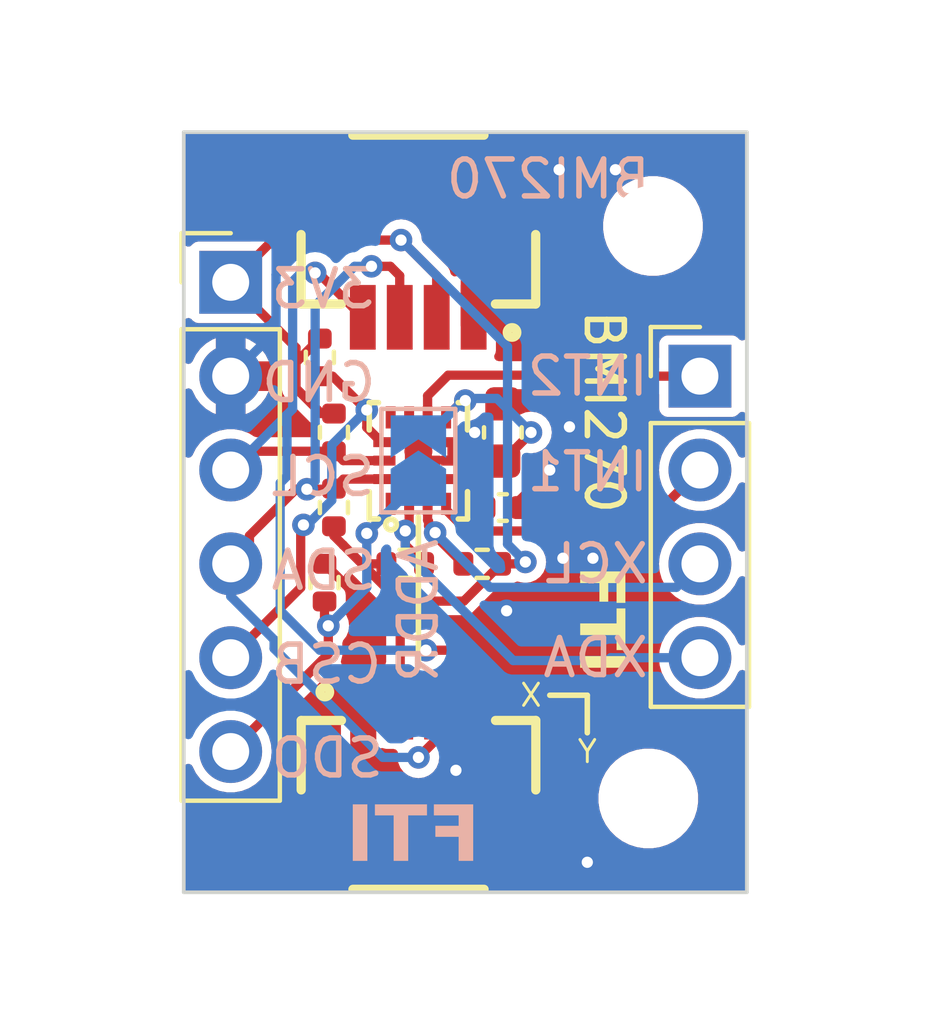
<source format=kicad_pcb>
(kicad_pcb (version 20240108) (generator "pcbnew") (generator_version "8.0")
  (layers (0 "F.Cu" signal) (31 "B.Cu" signal) (34 "B.Paste" user) (35 "F.Paste" user) (36 "B.SilkS" user "B.Silkscreen") (37 "F.SilkS" user "F.Silkscreen") (38 "B.Mask" user) (39 "F.Mask" user) (44 "Edge.Cuts" user))
  (net 0 "")
  (net 1 "+3.3V")
  (net 2 "GND")
  (net 3 "/SCL")
  (net 4 "/SDA")
  (net 5 "/CSB")
  (net 6 "/SDO")
  (net 7 "/INT2")
  (net 8 "/INT1")
  (net 9 "/XDA")
  (net 10 "/XCL")
  (footprint "Resistor_SMD:R_0402_1005Metric" (layer "F.Cu") (at 154.1272 104.14 180)
    (property "Reference" "R6" (hide yes))
    (property "Value" "3.9k")
    (fp_line (start -0.153641 0.38) (end 0.153641 0.38) (stroke (width 0.12)) (layer "F.SilkS"))
    (fp_line (start -0.153641 -0.38) (end 0.153641 -0.38) (stroke (width 0.12)) (layer "F.SilkS"))
    (pad "1" smd roundrect (at -0.51 0 180) (size 0.54 0.64) (layers "F.Cu" "F.Paste" "F.Mask") (net 1 "+3.3V"))
    (pad "2" smd roundrect (at 0.51 0 180) (size 0.54 0.64) (layers "F.Cu" "F.Paste" "F.Mask") (net 10 "/XCL"))
  )
  (footprint "Connector_PinHeader_2.54mm:PinHeader_1x06_P2.54mm_Vertical" (layer "F.Cu") (at 147.32 96.52)
    (property "Reference" "J1" (hide yes))
    (property "Value" "Conn_01x06_Pin")
    (fp_line (start -1.33 -1.33) (end 0 -1.33) (stroke (width 0.12)) (layer "F.SilkS"))
    (fp_line (start -1.33 0) (end -1.33 -1.33) (stroke (width 0.12)) (layer "F.SilkS"))
    (fp_line (start -1.33 1.27) (end -1.33 14.03) (stroke (width 0.12)) (layer "F.SilkS"))
    (fp_line (start -1.33 1.27) (end 1.33 1.27) (stroke (width 0.12)) (layer "F.SilkS"))
    (fp_line (start -1.33 14.03) (end 1.33 14.03) (stroke (width 0.12)) (layer "F.SilkS"))
    (fp_line (start 1.33 1.27) (end 1.33 14.03) (stroke (width 0.12)) (layer "F.SilkS"))
    (pad "1" thru_hole rect (at 0 0) (size 1.7 1.7) (drill 1) (layers "*.Cu" "*.Mask") (net 1 "+3.3V"))
    (pad "2" thru_hole oval (at 0 2.54) (size 1.7 1.7) (drill 1) (layers "*.Cu" "*.Mask") (net 2 "GND"))
    (pad "3" thru_hole oval (at 0 5.08) (size 1.7 1.7) (drill 1) (layers "*.Cu" "*.Mask") (net 3 "/SCL"))
    (pad "4" thru_hole oval (at 0 7.62) (size 1.7 1.7) (drill 1) (layers "*.Cu" "*.Mask") (net 4 "/SDA"))
    (pad "5" thru_hole oval (at 0 10.16) (size 1.7 1.7) (drill 1) (layers "*.Cu" "*.Mask") (net 5 "/CSB"))
    (pad "6" thru_hole oval (at 0 12.7) (size 1.7 1.7) (drill 1) (layers "*.Cu" "*.Mask") (net 6 "/SDO"))
  )
  (footprint "Resistor_SMD:R_0402_1005Metric" (layer "F.Cu") (at 149.86 104.648 -90)
    (property "Reference" "R4" (hide yes))
    (property "Value" "3.9k")
    (fp_line (start -0.153641 0.38) (end 0.153641 0.38) (stroke (width 0.12)) (layer "F.SilkS"))
    (fp_line (start -0.153641 -0.38) (end 0.153641 -0.38) (stroke (width 0.12)) (layer "F.SilkS"))
    (pad "1" smd roundrect (at -0.51 0 270) (size 0.54 0.64) (layers "F.Cu" "F.Paste" "F.Mask") (net 2 "GND"))
    (pad "2" smd roundrect (at 0.51 0 270) (size 0.54 0.64) (layers "F.Cu" "F.Paste" "F.Mask") (net 6 "/SDO"))
  )
  (footprint "MountingHole:MountingHole_2.2mm_M2" (layer "F.Cu") (at 158.75 94.996)
    (property "Reference" "H1" (hide yes))
    (property "Value" "MountingHole")
    (pad "" np_thru_hole circle (at 0 0) (size 2.2 2.2) (drill 2.2) (layers "*.Cu" "*.Mask"))
  )
  (footprint "BMI270-Breakout:CONN-SMD_AFC10-S04QCA-00" (layer "F.Cu") (at 152.408 109.889)
    (property "Reference" "CN2" (hide yes))
    (property "Value" "AFC10-S04QCA-00")
    (fp_line (start -3.18 -1.51) (end -2.09 -1.51) (stroke (width 0.25)) (layer "F.SilkS"))
    (fp_line (start -3.18 0.37) (end -3.18 -1.51) (stroke (width 0.25)) (layer "F.SilkS"))
    (fp_line (start -1.78 3.06) (end 1.77 3.06) (stroke (width 0.25)) (layer "F.SilkS"))
    (fp_line (start 2.08 -1.51) (end 3.17 -1.51) (stroke (width 0.25)) (layer "F.SilkS"))
    (fp_line (start 3.17 -1.51) (end 3.17 0.37) (stroke (width 0.25)) (layer "F.SilkS"))
    (fp_circle (center -2.54 -2.28) (end -2.41 -2.28) (stroke (width 0.25)) (fill none) (layer "F.SilkS"))
    (pad "1" smd rect (at -1.5 -1.87) (size 0.7 1.75) (layers "F.Cu" "F.Paste" "F.Mask") (net 2 "GND"))
    (pad "2" smd rect (at -0.5 -1.87) (size 0.7 1.75) (layers "F.Cu" "F.Paste" "F.Mask") (net 1 "+3.3V"))
    (pad "3" smd rect (at 0.5 -1.87) (size 0.7 1.75) (layers "F.Cu" "F.Paste" "F.Mask") (net 4 "/SDA"))
    (pad "4" smd rect (at 1.5 -1.87) (size 0.7 1.75) (layers "F.Cu" "F.Paste" "F.Mask") (net 3 "/SCL"))
    (pad "5" smd rect (at -2.61 1.87) (size 1.2 2.55) (layers "F.Cu" "F.Paste" "F.Mask") (net 2 "GND"))
    (pad "6" smd rect (at 2.61 1.87) (size 1.2 2.55) (layers "F.Cu" "F.Paste" "F.Mask") (net 2 "GND"))
  )
  (footprint "Resistor_SMD:R_0402_1005Metric" (layer "F.Cu") (at 150.114 102.614 -90)
    (property "Reference" "R1" (hide yes))
    (property "Value" "3.9k")
    (fp_line (start -0.153641 0.38) (end 0.153641 0.38) (stroke (width 0.12)) (layer "F.SilkS"))
    (fp_line (start -0.153641 -0.38) (end 0.153641 -0.38) (stroke (width 0.12)) (layer "F.SilkS"))
    (pad "1" smd roundrect (at -0.51 0 270) (size 0.54 0.64) (layers "F.Cu" "F.Paste" "F.Mask") (net 4 "/SDA"))
    (pad "2" smd roundrect (at 0.51 0 270) (size 0.54 0.64) (layers "F.Cu" "F.Paste" "F.Mask") (net 1 "+3.3V"))
  )
  (footprint "BMI270-Breakout:CONN-SMD_AFC10-S04QCA-00" (layer "F.Cu") (at 152.395 95.597 180)
    (property "Reference" "CN1" (hide yes))
    (property "Value" "AFC10-S04QCA-00")
    (fp_line (start 3.17 -1.51) (end 3.17 0.37) (stroke (width 0.25)) (layer "F.SilkS"))
    (fp_line (start 2.08 -1.51) (end 3.17 -1.51) (stroke (width 0.25)) (layer "F.SilkS"))
    (fp_line (start -1.78 3.06) (end 1.77 3.06) (stroke (width 0.25)) (layer "F.SilkS"))
    (fp_line (start -3.18 0.37) (end -3.18 -1.51) (stroke (width 0.25)) (layer "F.SilkS"))
    (fp_line (start -3.18 -1.51) (end -2.09 -1.51) (stroke (width 0.25)) (layer "F.SilkS"))
    (fp_circle (center -2.54 -2.28) (end -2.41 -2.28) (stroke (width 0.25)) (fill none) (layer "F.SilkS"))
    (pad "1" smd rect (at -1.5 -1.87 180) (size 0.7 1.75) (layers "F.Cu" "F.Paste" "F.Mask") (net 2 "GND"))
    (pad "2" smd rect (at -0.5 -1.87 180) (size 0.7 1.75) (layers "F.Cu" "F.Paste" "F.Mask") (net 1 "+3.3V"))
    (pad "3" smd rect (at 0.5 -1.87 180) (size 0.7 1.75) (layers "F.Cu" "F.Paste" "F.Mask") (net 4 "/SDA"))
    (pad "4" smd rect (at 1.5 -1.87 180) (size 0.7 1.75) (layers "F.Cu" "F.Paste" "F.Mask") (net 3 "/SCL"))
    (pad "5" smd rect (at -2.61 1.87 180) (size 1.2 2.55) (layers "F.Cu" "F.Paste" "F.Mask") (net 2 "GND"))
    (pad "6" smd rect (at 2.61 1.87 180) (size 1.2 2.55) (layers "F.Cu" "F.Paste" "F.Mask") (net 2 "GND"))
  )
  (footprint "BMI270-Breakout:LGA-14_L3.0-W2.5-P0.50-BR" (layer "F.Cu") (at 152.4 101.346 -90)
    (property "Reference" "U1" (hide yes))
    (property "Value" "BMI270")
    (fp_line (start -1.57 1.33) (end -1.57 1.08) (stroke (width 0.15)) (layer "F.SilkS"))
    (fp_line (start -0.83 1.33) (end -1.57 1.33) (stroke (width 0.15)) (layer "F.SilkS"))
    (fp_line (start 0.84 1.33) (end 1.58 1.33) (stroke (width 0.15)) (layer "F.SilkS"))
    (fp_line (start 1.58 1.33) (end 1.58 1.08) (stroke (width 0.15)) (layer "F.SilkS"))
    (fp_line (start -1.57 -1.33) (end -1.57 -1.08) (stroke (width 0.15)) (layer "F.SilkS"))
    (fp_line (start -0.83 -1.33) (end -1.57 -1.33) (stroke (width 0.15)) (layer "F.SilkS"))
    (fp_line (start 0.84 -1.33) (end 1.58 -1.33) (stroke (width 0.15)) (layer "F.SilkS"))
    (fp_line (start 1.58 -1.33) (end 1.58 -1.08) (stroke (width 0.15)) (layer "F.SilkS"))
    (fp_circle (center 1.73 0.74) (end 1.8 0.74) (stroke (width 0.15)) (fill none) (layer "F.SilkS"))
    (pad "1" smd rect (at 1.17 0.75 270) (size 0.6 0.27) (layers "F.Cu" "F.Paste" "F.Mask") (net 6 "/SDO"))
    (pad "2" smd rect (at 1.17 0.25 270) (size 0.6 0.27) (layers "F.Cu" "F.Paste" "F.Mask") (net 9 "/XDA"))
    (pad "3" smd rect (at 1.17 -0.25 270) (size 0.6 0.27) (layers "F.Cu" "F.Paste" "F.Mask") (net 10 "/XCL"))
    (pad "4" smd rect (at 1.17 -0.75 270) (size 0.6 0.27) (layers "F.Cu" "F.Paste" "F.Mask") (net 8 "/INT1"))
    (pad "5" smd rect (at 0.5 -0.92 270) (size 0.27 0.6) (layers "F.Cu" "F.Paste" "F.Mask") (net 1 "+3.3V"))
    (pad "6" smd rect (at 0 -0.92 270) (size 0.27 0.6) (layers "F.Cu" "F.Paste" "F.Mask") (net 2 "GND"))
    (pad "7" smd rect (at -0.5 -0.92 270) (size 0.27 0.6) (layers "F.Cu" "F.Paste" "F.Mask") (net 2 "GND"))
    (pad "8" smd rect (at -1.17 -0.75 270) (size 0.6 0.27) (layers "F.Cu" "F.Paste" "F.Mask") (net 1 "+3.3V"))
    (pad "9" smd rect (at -1.17 -0.25 270) (size 0.6 0.27) (layers "F.Cu" "F.Paste" "F.Mask") (net 7 "/INT2"))
    (pad "10" smd rect (at -1.17 0.25 270) (size 0.6 0.27) (layers "F.Cu" "F.Paste" "F.Mask"))
    (pad "11" smd rect (at -1.17 0.75 270) (size 0.6 0.27) (layers "F.Cu" "F.Paste" "F.Mask"))
    (pad "12" smd rect (at -0.5 0.92 270) (size 0.27 0.6) (layers "F.Cu" "F.Paste" "F.Mask") (net 5 "/CSB"))
    (pad "13" smd rect (at 0 0.92 270) (size 0.27 0.6) (layers "F.Cu" "F.Paste" "F.Mask") (net 3 "/SCL"))
    (pad "14" smd rect (at 0.5 0.92 270) (size 0.27 0.6) (layers "F.Cu" "F.Paste" "F.Mask") (net 4 "/SDA"))
  )
  (footprint "Capacitor_SMD:C_0402_1005Metric" (layer "F.Cu") (at 154.686 102.616)
    (property "Reference" "C1" (hide yes))
    (property "Value" "100n")
    (fp_line (start -0.107836 -0.36) (end 0.107836 -0.36) (stroke (width 0.12)) (layer "F.SilkS"))
    (fp_line (start -0.107836 0.36) (end 0.107836 0.36) (stroke (width 0.12)) (layer "F.SilkS"))
    (pad "1" smd roundrect (at -0.48 0) (size 0.56 0.62) (layers "F.Cu" "F.Paste" "F.Mask") (net 1 "+3.3V"))
    (pad "2" smd roundrect (at 0.48 0) (size 0.56 0.62) (layers "F.Cu" "F.Paste" "F.Mask") (net 2 "GND"))
  )
  (footprint "MountingHole:MountingHole_2.2mm_M2" (layer "F.Cu") (at 158.623 110.49)
    (property "Reference" "H2" (hide yes))
    (property "Value" "MountingHole")
    (pad "" np_thru_hole circle (at 0 0) (size 2.2 2.2) (drill 2.2) (layers "*.Cu" "*.Mask"))
  )
  (footprint "Connector_PinHeader_2.54mm:PinHeader_1x04_P2.54mm_Vertical" (layer "F.Cu") (at 160.02 99.06)
    (property "Reference" "J2" (hide yes))
    (property "Value" "Conn_01x04_Pin")
    (fp_line (start -1.33 -1.33) (end 0 -1.33) (stroke (width 0.12)) (layer "F.SilkS"))
    (fp_line (start -1.33 0) (end -1.33 -1.33) (stroke (width 0.12)) (layer "F.SilkS"))
    (fp_line (start -1.33 1.27) (end -1.33 8.95) (stroke (width 0.12)) (layer "F.SilkS"))
    (fp_line (start -1.33 1.27) (end 1.33 1.27) (stroke (width 0.12)) (layer "F.SilkS"))
    (fp_line (start -1.33 8.95) (end 1.33 8.95) (stroke (width 0.12)) (layer "F.SilkS"))
    (fp_line (start 1.33 1.27) (end 1.33 8.95) (stroke (width 0.12)) (layer "F.SilkS"))
    (pad "1" thru_hole rect (at 0 0) (size 1.7 1.7) (drill 1) (layers "*.Cu" "*.Mask") (net 7 "/INT2"))
    (pad "2" thru_hole oval (at 0 2.54) (size 1.7 1.7) (drill 1) (layers "*.Cu" "*.Mask") (net 8 "/INT1"))
    (pad "3" thru_hole oval (at 0 5.08) (size 1.7 1.7) (drill 1) (layers "*.Cu" "*.Mask") (net 10 "/XCL"))
    (pad "4" thru_hole oval (at 0 7.62) (size 1.7 1.7) (drill 1) (layers "*.Cu" "*.Mask") (net 9 "/XDA"))
  )
  (footprint "Resistor_SMD:R_0402_1005Metric" (layer "F.Cu") (at 149.733 98.552 -90)
    (property "Reference" "R3" (hide yes))
    (property "Value" "3.9k")
    (fp_line (start -0.153641 0.38) (end 0.153641 0.38) (stroke (width 0.12)) (layer "F.SilkS"))
    (fp_line (start -0.153641 -0.38) (end 0.153641 -0.38) (stroke (width 0.12)) (layer "F.SilkS"))
    (pad "1" smd roundrect (at -0.51 0 270) (size 0.54 0.64) (layers "F.Cu" "F.Paste" "F.Mask") (net 1 "+3.3V"))
    (pad "2" smd roundrect (at 0.51 0 270) (size 0.54 0.64) (layers "F.Cu" "F.Paste" "F.Mask") (net 5 "/CSB"))
  )
  (footprint "Resistor_SMD:R_0402_1005Metric" (layer "F.Cu") (at 150.114 100.582 -90)
    (property "Reference" "R2" (hide yes))
    (property "Value" "3.9k")
    (fp_line (start -0.153641 0.38) (end 0.153641 0.38) (stroke (width 0.12)) (layer "F.SilkS"))
    (fp_line (start -0.153641 -0.38) (end 0.153641 -0.38) (stroke (width 0.12)) (layer "F.SilkS"))
    (pad "1" smd roundrect (at -0.51 0 270) (size 0.54 0.64) (layers "F.Cu" "F.Paste" "F.Mask") (net 1 "+3.3V"))
    (pad "2" smd roundrect (at 0.51 0 270) (size 0.54 0.64) (layers "F.Cu" "F.Paste" "F.Mask") (net 3 "/SCL"))
  )
  (footprint "Capacitor_SMD:C_0603_1608Metric" (layer "F.Cu") (at 154.686 100.584 90)
    (property "Reference" "C2" (hide yes))
    (property "Value" "10u")
    (fp_line (start -0.14058 -0.51) (end 0.14058 -0.51) (stroke (width 0.12)) (layer "F.SilkS"))
    (fp_line (start -0.14058 0.51) (end 0.14058 0.51) (stroke (width 0.12)) (layer "F.SilkS"))
    (pad "1" smd roundrect (at -0.775 0 90) (size 0.9 0.95) (layers "F.Cu" "F.Paste" "F.Mask") (net 1 "+3.3V"))
    (pad "2" smd roundrect (at 0.775 0 90) (size 0.9 0.95) (layers "F.Cu" "F.Paste" "F.Mask") (net 2 "GND"))
  )
  (footprint "Resistor_SMD:R_0402_1005Metric" (layer "F.Cu") (at 152.0444 104.14)
    (property "Reference" "R5" (hide yes))
    (property "Value" "3.9k")
    (fp_line (start -0.153641 -0.38) (end 0.153641 -0.38) (stroke (width 0.12)) (layer "F.SilkS"))
    (fp_line (start -0.153641 0.38) (end 0.153641 0.38) (stroke (width 0.12)) (layer "F.SilkS"))
    (pad "1" smd roundrect (at -0.51 0) (size 0.54 0.64) (layers "F.Cu" "F.Paste" "F.Mask") (net 1 "+3.3V"))
    (pad "2" smd roundrect (at 0.51 0) (size 0.54 0.64) (layers "F.Cu" "F.Paste" "F.Mask") (net 9 "/XDA"))
  )
  (footprint "Jumper:SolderJumper-2_P1.3mm_Open_TrianglePad1.0x1.5mm" (layer "B.Cu") (at 152.4 101.346 90)
    (property "Reference" "JP1" (hide yes))
    (property "Value" "SolderJumper_2_Open")
    (fp_line (start 1.4 -1) (end 1.4 1) (stroke (width 0.12)) (layer "B.SilkS"))
    (fp_line (start -1.4 -1) (end 1.4 -1) (stroke (width 0.12)) (layer "B.SilkS"))
    (fp_line (start 1.4 1) (end -1.4 1) (stroke (width 0.12)) (layer "B.SilkS"))
    (fp_line (start -1.4 1) (end -1.4 -1) (stroke (width 0.12)) (layer "B.SilkS"))
    (pad "1" smd custom (at -0.725 0 90) (size 0.3 0.3) (layers "B.Cu" "B.Mask") (net 6 "/SDO") (options (clearance outline) (anchor rect)) (primitives (gr_poly (pts (xy 1 0) (xy 0.5 -0.75) (xy -0.5 -0.75) (xy -0.5 0.75) (xy 0.5 0.75)) (width 0) (fill yes))))
    (pad "2" smd custom (at 0.725 0 90) (size 0.3 0.3) (layers "B.Cu" "B.Mask") (net 1 "+3.3V") (options (clearance outline) (anchor rect)) (primitives (gr_poly (pts (xy 0.5 -0.75) (xy -0.65 -0.75) (xy -0.15 0) (xy -0.65 0.75) (xy 0.5 0.75)) (width 0) (fill yes))))
  )
  (gr_line (start 152.4 102.87) (end 152.4 106.934) (stroke (width 0.15)) (layer "F.SilkS"))
  (gr_line (start 155.956 107.696) (end 156.972 107.696) (stroke (width 0.15)) (layer "F.SilkS"))
  (gr_line (start 156.972 107.696) (end 156.972 108.712) (stroke (width 0.15)) (layer "F.SilkS"))
  (gr_line (start 146.05 92.456) (end 161.29 92.456) (stroke (width 0.1)) (layer "Edge.Cuts"))
  (gr_line (start 161.29 113.03) (end 161.29 92.456) (stroke (width 0.1)) (layer "Edge.Cuts"))
  (gr_line (start 146.05 113.03) (end 161.29 113.03) (stroke (width 0.1)) (layer "Edge.Cuts"))
  (gr_line (start 146.05 113.03) (end 146.05 92.456) (stroke (width 0.1)) (layer "Edge.Cuts"))
  (gr_text "GND\n" (at 148.082 99.822 0) (layer "B.SilkS") (effects (font (size 1 1)) (justify right bottom mirror)))
  (gr_text "ADDR" (at 152.4 103.378 90) (layer "B.SilkS") (effects (font (size 1 1)) (justify left mirror)))
  (gr_text "3V3" (at 148.336 97.282 0) (layer "B.SilkS") (effects (font (size 1 1)) (justify right bottom mirror)))
  (gr_text "BMI270" (at 158.75 93.726 0) (layer "B.SilkS") (effects (font (size 1 1)) (justify left mirror)))
  (gr_text "XDA" (at 158.6992 106.68 0) (layer "B.SilkS") (effects (font (size 1 1)) (justify left mirror)))
  (gr_text "SCL" (at 148.336 102.362 0) (layer "B.SilkS") (effects (font (size 1 1)) (justify right bottom mirror)))
  (gr_text "INT2" (at 158.6992 99.06 0) (layer "B.SilkS") (effects (font (size 1 1)) (justify left mirror)))
  (gr_text "INT1\n" (at 158.6992 101.6508 0) (layer "B.SilkS") (effects (font (size 1 1)) (justify left mirror)))
  (gr_text "SDO" (at 148.336 109.982 0) (layer "B.SilkS") (effects (font (size 1 1)) (justify right bottom mirror)))
  (gr_text "XCL" (at 158.6992 104.14 0) (layer "B.SilkS") (effects (font (size 1 1)) (justify left mirror)))
  (gr_text "CSB" (at 148.336 107.442 0) (layer "B.SilkS") (effects (font (size 1 1)) (justify right bottom mirror)))
  (gr_text "FTI" (at 154.0764 111.5568 0) (layer "B.SilkS") (effects (font (size 1.5 1.5) (thickness 0.3) (bold yes) (italic yes)) (justify left mirror)))
  (gr_text "SDA" (at 148.336 104.902 0) (layer "B.SilkS") (effects (font (size 1 1)) (justify right bottom mirror)))
  (gr_text "BMI270" (at 157.4292 100.0252 270) (layer "F.SilkS") (effects (font (size 1 1))))
  (gr_text "FTI" (at 157.2768 104.1908 270) (layer "F.SilkS") (effects (font (size 1.2 1.2) (thickness 0.25) (bold yes) (italic yes)) (justify left)))
  (gr_text "X" (at 155.448 107.696 0) (layer "F.SilkS") (effects (font (size 0.6 0.6) (thickness 0.08))))
  (gr_text "Y" (at 156.972 109.22 0) (layer "F.SilkS") (effects (font (size 0.6 0.6) (thickness 0.08))))
  (segment (start 154.199 101.846) (end 154.686 101.359) (width 0.25) (layer "F.Cu") (net 1))
  (segment (start 149.733 98.042) (end 149.088 98.687) (width 0.25) (layer "F.Cu") (net 1))
  (segment (start 151.5344 104.14) (end 152.543445 105.149045) (width 0.25) (layer "F.Cu") (net 1))
  (segment (start 149.088 98.687) (end 149.088 99.387538) (width 0.25) (layer "F.Cu") (net 1))
  (segment (start 149.088 98.288) (end 147.32 96.52) (width 0.25) (layer "F.Cu") (net 1))
  (segment (start 152.895 97.467) (end 152.895 96.342) (width 0.25) (layer "F.Cu") (net 1))
  (segment (start 149.821155 97.953845) (end 149.733 98.042) (width 0.25) (layer "F.Cu") (net 1))
  (segment (start 153.628155 105.149045) (end 154.6372 104.14) (width 0.25) (layer "F.Cu") (net 1))
  (segment (start 149.772462 100.072) (end 150.114 100.072) (width 0.25) (layer "F.Cu") (net 1))
  (segment (start 149.088 98.687) (end 149.088 98.288) (width 0.25) (layer "F.Cu") (net 1))
  (segment (start 151.5344 104.14) (end 150.874 104.14) (width 0.25) (layer "F.Cu") (net 1))
  (segment (start 155.2448 104.14) (end 155.2956 104.0892) (width 0.25) (layer "F.Cu") (net 1))
  (segment (start 150.366 103.632) (end 150.114 103.38) (width 0.25) (layer "F.Cu") (net 1))
  (segment (start 153.67 99.6635) (end 153.6625 99.6635) (width 0.25) (layer "F.Cu") (net 1))
  (segment (start 155.448 100.597) (end 154.686 101.359) (width 0.25) (layer "F.Cu") (net 1))
  (segment (start 152.543445 105.149045) (end 153.628155 105.149045) (width 0.25) (layer "F.Cu") (net 1))
  (segment (start 154.6372 104.14) (end 155.2448 104.14) (width 0.25) (layer "F.Cu") (net 1))
  (segment (start 149.088 99.387538) (end 149.772462 100.072) (width 0.25) (layer "F.Cu") (net 1))
  (segment (start 154.206 101.839) (end 154.686 101.359) (width 0.25) (layer "F.Cu") (net 1))
  (segment (start 155.448 100.584) (end 155.448 100.597) (width 0.25) (layer "F.Cu") (net 1))
  (segment (start 152.895 96.342) (end 151.93 95.377) (width 0.25) (layer "F.Cu") (net 1))
  (segment (start 148.463 95.377) (end 147.32 96.52) (width 0.25) (layer "F.Cu") (net 1))
  (segment (start 150.114 103.38) (end 150.114 103.124) (width 0.25) (layer "F.Cu") (net 1))
  (segment (start 151.5344 104.14) (end 151.5344 104.189352) (width 0.25) (layer "F.Cu") (net 1))
  (segment (start 154.206 102.616) (end 154.206 101.839) (width 0.25) (layer "F.Cu") (net 1))
  (segment (start 151.93 95.377) (end 148.463 95.377) (width 0.25) (layer "F.Cu") (net 1))
  (segment (start 151.908 108.019) (end 151.908 105.174) (width 0.25) (layer "F.Cu") (net 1))
  (segment (start 153.32 101.846) (end 154.199 101.846) (width 0.25) (layer "F.Cu") (net 1))
  (segment (start 153.6625 99.6635) (end 153.15 100.176) (width 0.25) (layer "F.Cu") (net 1))
  (segment (start 150.874 104.14) (end 150.368 103.634) (width 0.25) (layer "F.Cu") (net 1))
  (segment (start 151.908 105.174) (end 150.874 104.14) (width 0.25) (layer "F.Cu") (net 1))
  (segment (start 150.368 103.634) (end 150.368 103.632) (width 0.25) (layer "F.Cu") (net 1))
  (segment (start 150.368 103.632) (end 150.366 103.632) (width 0.25) (layer "F.Cu") (net 1))
  (via (at 153.67 99.7204) (size 0.61) (drill 0.305) (layers "F.Cu" "B.Cu") (net 1))
  (via (at 155.448 100.584) (size 0.61) (drill 0.305) (layers "F.Cu" "B.Cu") (net 1))
  (via (at 151.93 95.377) (size 0.61) (drill 0.305) (layers "F.Cu" "B.Cu") (net 1))
  (via (at 155.2956 104.0892) (size 0.61) (drill 0.305) (layers "F.Cu" "B.Cu") (net 1))
  (segment (start 152.7125 100.621) (end 153.6131 99.7204) (width 0.25) (layer "B.Cu") (net 1))
  (segment (start 153.6131 99.7204) (end 153.67 99.7204) (width 0.25) (layer "B.Cu") (net 1))
  (segment (start 153.67 99.6635) (end 153.67 99.6635) (width 0.25) (layer "B.Cu") (net 1))
  (segment (start 154.813 103.6066) (end 154.813 100.076) (width 0.25) (layer "B.Cu") (net 1))
  (segment (start 153.67 99.7204) (end 153.67 99.6635) (width 0.25) (layer "B.Cu") (net 1))
  (segment (start 154.813 99.949) (end 155.448 100.584) (width 0.25) (layer "B.Cu") (net 1))
  (segment (start 155.2956 104.0892) (end 154.813 103.6066) (width 0.25) (layer "B.Cu") (net 1))
  (segment (start 154.813 100.076) (end 154.813 98.26) (width 0.25) (layer "B.Cu") (net 1))
  (segment (start 152.4 100.621) (end 152.7125 100.621) (width 0.25) (layer "B.Cu") (net 1))
  (segment (start 154.813 98.26) (end 151.93 95.377) (width 0.25) (layer "B.Cu") (net 1))
  (segment (start 154.5275 99.6635) (end 154.813 99.949) (width 0.25) (layer "B.Cu") (net 1))
  (segment (start 153.67 99.6635) (end 154.5275 99.6635) (width 0.25) (layer "B.Cu") (net 1))
  (segment (start 154.813 100.076) (end 154.813 99.949) (width 0.25) (layer "B.Cu") (net 1))
  (segment (start 153.32 100.846) (end 153.32 101.346) (width 0.25) (layer "F.Cu") (net 2))
  (segment (start 153.924 100.584) (end 153.662 100.846) (width 0.25) (layer "F.Cu") (net 2))
  (segment (start 153.662 100.846) (end 153.32 100.846) (width 0.25) (layer "F.Cu") (net 2))
  (segment (start 153.924 100.584) (end 153.924 100.571) (width 0.25) (layer "F.Cu") (net 2))
  (segment (start 155.166 102.39) (end 155.956 101.6) (width 0.25) (layer "F.Cu") (net 2))
  (segment (start 155.166 102.616) (end 155.166 102.39) (width 0.25) (layer "F.Cu") (net 2))
  (segment (start 150.908 105.186) (end 149.86 104.138) (width 0.25) (layer "F.Cu") (net 2))
  (segment (start 150.908 108.019) (end 150.908 105.186) (width 0.25) (layer "F.Cu") (net 2))
  (segment (start 153.924 100.571) (end 154.686 99.809) (width 0.25) (layer "F.Cu") (net 2))
  (via (at 157.1244 103.9876) (size 0.61) (drill 0.305) (layers "F.Cu" "B.Cu") (net 2))
  (via (at 153.416 109.728) (size 0.61) (drill 0.305) (layers "F.Cu" "B.Cu") (net 2))
  (via (at 156.4894 100.4316) (size 0.61) (drill 0.305) (layers "F.Cu" "B.Cu") (net 2))
  (via (at 155.956 101.6) (size 0.61) (drill 0.305) (layers "F.Cu" "B.Cu") (net 2))
  (via (at 156.3116 103.9876) (size 0.61) (drill 0.305) (layers "F.Cu" "B.Cu") (net 2))
  (via (at 153.924 100.584) (size 0.61) (drill 0.305) (layers "F.Cu" "B.Cu") (net 2))
  (via (at 156.972 112.2172) (size 0.61) (drill 0.305) (layers "F.Cu" "B.Cu") (net 2))
  (via (at 156.21 93.472) (size 0.61) (drill 0.305) (layers "F.Cu" "B.Cu") (net 2))
  (via (at 154.7876 105.41) (size 0.61) (drill 0.305) (layers "F.Cu" "B.Cu") (net 2))
  (via (at 157.734 93.472) (size 0.61) (drill 0.305) (layers "F.Cu" "B.Cu") (net 2))
  (segment (start 148.5464 97.8336) (end 148.5464 96.308204) (width 0.25) (layer "B.Cu") (net 2))
  (segment (start 147.32 99.06) (end 148.5464 97.8336) (width 0.25) (layer "B.Cu") (net 2))
  (segment (start 153.924 100.84362) (end 153.924 100.584) (width 0.25) (layer "B.Cu") (net 2))
  (segment (start 148.5464 96.308204) (end 150.366604 94.488) (width 0.25) (layer "B.Cu") (net 2))
  (segment (start 150.366604 94.488) (end 151.13 94.488) (width 0.25) (layer "B.Cu") (net 2))
  (segment (start 147.8534 101.092) (end 147.2946 101.6508) (width 0.25) (layer "F.Cu") (net 3))
  (segment (start 153.4908 106.4768) (end 153.908 106.894) (width 0.25) (layer "F.Cu") (net 3))
  (segment (start 152.6032 106.4768) (end 153.4908 106.4768) (width 0.25) (layer "F.Cu") (net 3))
  (segment (start 151.48 101.346) (end 150.368 101.346) (width 0.25) (layer "F.Cu") (net 3))
  (segment (start 150.114 101.092) (end 147.8534 101.092) (width 0.25) (layer "F.Cu") (net 3))
  (segment (start 150.368 101.346) (end 150.114 101.092) (width 0.25) (layer "F.Cu") (net 3))
  (segment (start 149.693022 96.265022) (end 150.895 97.467) (width 0.25) (layer "F.Cu") (net 3))
  (segment (start 153.908 106.894) (end 153.908 108.019) (width 0.25) (layer "F.Cu") (net 3))
  (segment (start 149.605022 96.265022) (end 149.693022 96.265022) (width 0.25) (layer "F.Cu") (net 3))
  (via (at 149.605022 96.265022) (size 0.61) (drill 0.305) (layers "F.Cu" "B.Cu") (net 3))
  (via (at 152.6032 106.4768) (size 0.61) (drill 0.305) (layers "F.Cu" "B.Cu") (net 3))
  (segment (start 149.605022 96.265022) (end 149.225978 96.265022) (width 0.25) (layer "B.Cu") (net 3))
  (segment (start 148.659 101.952145) (end 148.659 105.404755) (width 0.25) (layer "B.Cu") (net 3))
  (segment (start 148.9964 99.949) (end 148.8313 100.1141) (width 0.25) (layer "B.Cu") (net 3))
  (segment (start 149.731045 106.4768) (end 152.6032 106.4768) (width 0.25) (layer "B.Cu") (net 3))
  (segment (start 148.8313 100.1141) (end 148.844 100.1268) (width 0.25) (layer "B.Cu") (net 3))
  (segment (start 148.844 100.1268) (end 148.844 101.767145) (width 0.25) (layer "B.Cu") (net 3))
  (segment (start 149.225978 96.265022) (end 148.9964 96.4946) (width 0.25) (layer "B.Cu") (net 3))
  (segment (start 148.9964 96.4946) (end 148.9964 99.949) (width 0.25) (layer "B.Cu") (net 3))
  (segment (start 148.844 101.767145) (end 148.659 101.952145) (width 0.25) (layer "B.Cu") (net 3))
  (segment (start 148.659 105.404755) (end 149.731045 106.4768) (width 0.25) (layer "B.Cu") (net 3))
  (segment (start 148.8313 100.1141) (end 147.2946 101.6508) (width 0.25) (layer "B.Cu") (net 3))
  (segment (start 151.895 96.342) (end 151.639998 96.086998) (width 0.25) (layer "F.Cu") (net 4))
  (segment (start 150.372 101.846) (end 150.114 102.104) (width 0.25) (layer "F.Cu") (net 4))
  (segment (start 151.895 97.467) (end 151.895 96.342) (width 0.25) (layer "F.Cu") (net 4))
  (segment (start 149.3814 102.1207) (end 150.0973 102.1207) (width 0.25) (layer "F.Cu") (net 4))
  (segment (start 152.401699 109.378125) (end 152.908 108.871824) (width 0.25) (layer "F.Cu") (net 4))
  (segment (start 149.0853 102.1207) (end 147.828 103.378) (width 0.25) (layer "F.Cu") (net 4))
  (segment (start 150.0973 102.1207) (end 150.114 102.104) (width 0.25) (layer "F.Cu") (net 4))
  (segment (start 151.48 101.846) (end 150.372 101.846) (width 0.25) (layer "F.Cu") (net 4))
  (segment (start 147.828 103.378) (end 147.828 103.6574) (width 0.25) (layer "F.Cu") (net 4))
  (segment (start 147.828 103.6574) (end 147.2946 104.1908) (width 0.25) (layer "F.Cu") (net 4))
  (segment (start 151.639998 96.086998) (end 151.13 96.086998) (width 0.25) (layer "F.Cu") (net 4))
  (segment (start 149.3814 102.1207) (end 149.0853 102.1207) (width 0.25) (layer "F.Cu") (net 4))
  (segment (start 152.908 108.871824) (end 152.908 108.019) (width 0.25) (layer "F.Cu") (net 4))
  (via (at 151.13 96.086998) (size 0.61) (drill 0.305) (layers "F.Cu" "B.Cu") (net 4))
  (via (at 152.401699 109.378125) (size 0.61) (drill 0.305) (layers "F.Cu" "B.Cu") (net 4))
  (via (at 149.3814 102.1207) (size 0.61) (drill 0.305) (layers "F.Cu" "B.Cu") (net 4))
  (segment (start 148.495 106.193299) (end 148.495 106.4326) (width 0.25) (layer "B.Cu") (net 4))
  (segment (start 147.32 104.775) (end 147.32 104.14) (width 0.25) (layer "B.Cu") (net 4))
  (segment (start 149.606 97.155) (end 149.606 101.8961) (width 0.25) (layer "B.Cu") (net 4))
  (segment (start 151.13 96.086998) (end 150.674002 96.086998) (width 0.25) (layer "B.Cu") (net 4))
  (segment (start 147.2946 104.1908) (end 147.2946 104.05378) (width 0.25) (layer "B.Cu") (net 4))
  (segment (start 149.606 101.8961) (end 149.3814 102.1207) (width 0.25) (layer "B.Cu") (net 4))
  (segment (start 147.32 104.14) (end 147.32 105.018299) (width 0.25) (layer "B.Cu") (net 4))
  (segment (start 147.32 105.018299) (end 148.495 106.193299) (width 0.25) (layer "B.Cu") (net 4))
  (segment (start 150.674002 96.086998) (end 149.606 97.155) (width 0.25) (layer "B.Cu") (net 4))
  (segment (start 151.440525 109.378125) (end 152.401699 109.378125) (width 0.25) (layer "B.Cu") (net 4))
  (segment (start 148.495 106.4326) (end 151.440525 109.378125) (width 0.25) (layer "B.Cu") (net 4))
  (segment (start 151.4 100.846) (end 151.48 100.846) (width 0.25) (layer "F.Cu") (net 5))
  (segment (start 151.003 99.9744) (end 151.003 100.449) (width 0.25) (layer "F.Cu") (net 5))
  (segment (start 150.07828 99.062) (end 149.733 99.062) (width 0.25) (layer "F.Cu") (net 5))
  (segment (start 151.48 100.846) (end 151.392 100.846) (width 0.25) (layer "F.Cu") (net 5))
  (segment (start 151.003 100.449) (end 151.4 100.846) (width 0.25) (layer "F.Cu") (net 5))
  (segment (start 149.215 104.785) (end 147.32 106.68) (width 0.25) (layer "F.Cu") (net 5))
  (segment (start 151.03624 100.01996) (end 151.003 99.98672) (width 0.25) (layer "F.Cu") (net 5))
  (segment (start 149.289 103.086033) (end 149.215 103.160033) (width 0.25) (layer "F.Cu") (net 5))
  (segment (start 151.003 99.98672) (end 151.003 99.9744) (width 0.25) (layer "F.Cu") (net 5))
  (segment (start 150.99068 99.9744) (end 150.07828 99.062) (width 0.25) (layer "F.Cu") (net 5))
  (segment (start 151.003 99.9744) (end 150.99068 99.9744) (width 0.25) (layer "F.Cu") (net 5))
  (segment (start 149.215 103.160033) (end 149.215 104.785) (width 0.25) (layer "F.Cu") (net 5))
  (via (at 149.289 103.086033) (size 0.61) (drill 0.305) (layers "F.Cu" "B.Cu") (net 5))
  (via (at 151.003 99.9744) (size 0.61) (drill 0.305) (layers "F.Cu" "B.Cu") (net 5))
  (segment (start 149.289 103.086033) (end 149.389967 103.086033) (width 0.25) (layer "B.Cu") (net 5))
  (segment (start 149.389967 103.086033) (end 150.056 102.42) (width 0.25) (layer "B.Cu") (net 5))
  (segment (start 150.056 100.9214) (end 151.003 99.9744) (width 0.25) (layer "B.Cu") (net 5))
  (segment (start 150.056 102.42) (end 150.056 100.9214) (width 0.25) (layer "B.Cu") (net 5))
  (segment (start 151.003 103.3155) (end 151.65 102.6685) (width 0.25) (layer "F.Cu") (net 6))
  (segment (start 147.2946 108.585) (end 147.2946 109.2708) (width 0.25) (layer "F.Cu") (net 6))
  (segment (start 151.65 102.6685) (end 151.65 102.516) (width 0.25) (layer "F.Cu") (net 6))
  (segment (start 149.9616 105.8164) (end 149.9616 106.5784) (width 0.25) (layer "F.Cu") (net 6))
  (segment (start 149.86 105.7148) (end 149.86 105.158) (width 0.25) (layer "F.Cu") (net 6))
  (segment (start 149.9616 106.5784) (end 147.32 109.22) (width 0.25) (layer "F.Cu") (net 6))
  (segment (start 149.9616 105.8164) (end 149.86 105.7148) (width 0.25) (layer "F.Cu") (net 6))
  (via (at 151.003 103.3155) (size 0.61) (drill 0.305) (layers "F.Cu" "B.Cu") (net 6))
  (via (at 149.9616 105.8164) (size 0.61) (drill 0.305) (layers "F.Cu" "B.Cu") (net 6))
  (segment (start 151.003 104.775) (end 151.003 103.3155) (width 0.25) (layer "B.Cu") (net 6))
  (segment (start 152.2475 102.071) (end 152.4 102.071) (width 0.25) (layer "B.Cu") (net 6))
  (segment (start 149.9616 105.8164) (end 151.003 104.775) (width 0.25) (layer "B.Cu") (net 6))
  (segment (start 151.003 103.3155) (end 152.2475 102.071) (width 0.25) (layer "B.Cu") (net 6))
  (segment (start 157.4286 99.034) (end 157.4546 99.06) (width 0.25) (layer "F.Cu") (net 7))
  (segment (start 152.65 100.176) (end 152.65 99.591) (width 0.25) (layer "F.Cu") (net 7))
  (segment (start 157.4546 99.06) (end 160.02 99.06) (width 0.25) (layer "F.Cu") (net 7))
  (segment (start 152.65 99.591) (end 153.207 99.034) (width 0.25) (layer "F.Cu") (net 7))
  (segment (start 153.207 99.034) (end 157.4286 99.034) (width 0.25) (layer "F.Cu") (net 7))
  (segment (start 158.369 103.251) (end 160.02 101.6) (width 0.25) (layer "F.Cu") (net 8))
  (segment (start 153.72 103.251) (end 158.369 103.251) (width 0.25) (layer "F.Cu") (net 8))
  (segment (start 153.15 102.516) (end 153.15 102.681) (width 0.25) (layer "F.Cu") (net 8))
  (segment (start 153.15 102.681) (end 153.72 103.251) (width 0.25) (layer "F.Cu") (net 8))
  (segment (start 152.15 103.12) (end 152.15 102.516) (width 0.25) (layer "F.Cu") (net 9))
  (segment (start 152.045785 103.224215) (end 152.15 103.12) (width 0.25) (layer "F.Cu") (net 9))
  (segment (start 152.045785 103.24787) (end 152.045785 103.631385) (width 0.25) (layer "F.Cu") (net 9))
  (segment (start 152.045785 103.24787) (end 152.045785 103.531785) (width 0.25) (layer "F.Cu") (net 9))
  (segment (start 152.045785 103.24787) (end 152.045785 103.224215) (width 0.25) (layer "F.Cu") (net 9))
  (segment (start 152.045785 103.631385) (end 152.5544 104.14) (width 0.25) (layer "F.Cu") (net 9))
  (via (at 152.045785 103.24787) (size 0.61) (drill 0.305) (layers "F.Cu" "B.Cu") (net 9))
  (segment (start 152.045785 103.816499) (end 152.052502 103.816499) (width 0.25) (layer "B.Cu") (net 9))
  (segment (start 152.045785 103.24787) (end 152.045785 103.816499) (width 0.25) (layer "B.Cu") (net 9))
  (segment (start 152.421547 104.185544) (end 152.421547 104.212347) (width 0.25) (layer "B.Cu") (net 9))
  (segment (start 157.5308 106.7562) (end 157.607 106.68) (width 0.25) (layer "B.Cu") (net 9))
  (segment (start 154.9654 106.7562) (end 157.5308 106.7562) (width 0.25) (layer "B.Cu") (net 9))
  (segment (start 152.052502 103.816499) (end 152.421547 104.185544) (width 0.25) (layer "B.Cu") (net 9))
  (segment (start 152.421547 104.212347) (end 154.9654 106.7562) (width 0.25) (layer "B.Cu") (net 9))
  (segment (start 157.607 106.68) (end 160.02 106.68) (width 0.25) (layer "B.Cu") (net 9))
  (segment (start 152.853966 103.376766) (end 153.6172 104.14) (width 0.25) (layer "F.Cu") (net 10))
  (segment (start 152.675785 103.11593) (end 152.675785 102.986915) (width 0.25) (layer "F.Cu") (net 10))
  (segment (start 152.853966 103.294111) (end 152.853966 103.376766) (width 0.25) (layer "F.Cu") (net 10))
  (segment (start 152.675785 102.986915) (end 152.65 102.96113) (width 0.25) (layer "F.Cu") (net 10))
  (segment (start 152.65 102.96113) (end 152.65 102.516) (width 0.25) (layer "F.Cu") (net 10))
  (segment (start 152.853966 103.294111) (end 152.675785 103.11593) (width 0.25) (layer "F.Cu") (net 10))
  (via (at 152.853966 103.294111) (size 0.61) (drill 0.305) (layers "F.Cu" "B.Cu") (net 10))
  (segment (start 159.385 104.775) (end 160.02 104.14) (width 0.25) (layer "B.Cu") (net 10))
  (segment (start 154.334855 104.775) (end 159.385 104.775) (width 0.25) (layer "B.Cu") (net 10))
  (segment (start 152.853966 103.294111) (end 154.334855 104.775) (width 0.25) (layer "B.Cu") (net 10))
  (zone (net 2) (net_name "GND") (layers "F&B.Cu") (connect_pads (clearance 0.254)) (min_thickness 0.25) (fill yes (thermal_gap 0.254) (thermal_bridge_width 0.8))
    (polygon (pts (xy 142.748 89.916) (xy 142.748 113.284) (xy 161.544 113.284) (xy 161.544 89.916)))
  )
)
</source>
